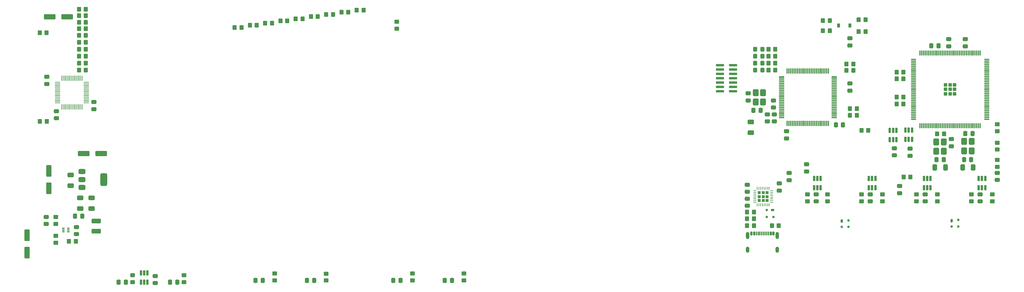
<source format=gtp>
G04 #@! TF.GenerationSoftware,KiCad,Pcbnew,9.0.5*
G04 #@! TF.CreationDate,2025-10-23T19:29:44+02:00*
G04 #@! TF.ProjectId,stencil,7374656e-6369-46c2-9e6b-696361645f70,rev?*
G04 #@! TF.SameCoordinates,Original*
G04 #@! TF.FileFunction,Paste,Top*
G04 #@! TF.FilePolarity,Positive*
%FSLAX46Y46*%
G04 Gerber Fmt 4.6, Leading zero omitted, Abs format (unit mm)*
G04 Created by KiCad (PCBNEW 9.0.5) date 2025-10-23 19:29:44*
%MOMM*%
%LPD*%
G01*
G04 APERTURE LIST*
G04 Aperture macros list*
%AMRoundRect*
0 Rectangle with rounded corners*
0 $1 Rounding radius*
0 $2 $3 $4 $5 $6 $7 $8 $9 X,Y pos of 4 corners*
0 Add a 4 corners polygon primitive as box body*
4,1,4,$2,$3,$4,$5,$6,$7,$8,$9,$2,$3,0*
0 Add four circle primitives for the rounded corners*
1,1,$1+$1,$2,$3*
1,1,$1+$1,$4,$5*
1,1,$1+$1,$6,$7*
1,1,$1+$1,$8,$9*
0 Add four rect primitives between the rounded corners*
20,1,$1+$1,$2,$3,$4,$5,0*
20,1,$1+$1,$4,$5,$6,$7,0*
20,1,$1+$1,$6,$7,$8,$9,0*
20,1,$1+$1,$8,$9,$2,$3,0*%
G04 Aperture macros list end*
%ADD10RoundRect,0.150000X-0.150000X-0.425000X0.150000X-0.425000X0.150000X0.425000X-0.150000X0.425000X0*%
%ADD11RoundRect,0.075000X-0.075000X-0.500000X0.075000X-0.500000X0.075000X0.500000X-0.075000X0.500000X0*%
%ADD12O,1.000000X2.100000*%
%ADD13O,1.000000X1.800000*%
%ADD14RoundRect,0.250000X0.575000X-0.725000X0.575000X0.725000X-0.575000X0.725000X-0.575000X-0.725000X0*%
%ADD15RoundRect,0.250000X-0.350000X-0.450000X0.350000X-0.450000X0.350000X0.450000X-0.350000X0.450000X0*%
%ADD16RoundRect,0.162500X-0.162500X0.617500X-0.162500X-0.617500X0.162500X-0.617500X0.162500X0.617500X0*%
%ADD17RoundRect,0.250000X-0.475000X0.337500X-0.475000X-0.337500X0.475000X-0.337500X0.475000X0.337500X0*%
%ADD18RoundRect,0.250000X0.350000X0.450000X-0.350000X0.450000X-0.350000X-0.450000X0.350000X-0.450000X0*%
%ADD19RoundRect,0.250000X0.475000X-0.337500X0.475000X0.337500X-0.475000X0.337500X-0.475000X-0.337500X0*%
%ADD20RoundRect,0.250000X-0.450000X0.350000X-0.450000X-0.350000X0.450000X-0.350000X0.450000X0.350000X0*%
%ADD21RoundRect,0.250000X0.337500X0.475000X-0.337500X0.475000X-0.337500X-0.475000X0.337500X-0.475000X0*%
%ADD22RoundRect,0.250000X-0.337500X-0.475000X0.337500X-0.475000X0.337500X0.475000X-0.337500X0.475000X0*%
%ADD23RoundRect,0.225000X0.225000X0.375000X-0.225000X0.375000X-0.225000X-0.375000X0.225000X-0.375000X0*%
%ADD24RoundRect,0.250000X-0.412500X-0.650000X0.412500X-0.650000X0.412500X0.650000X-0.412500X0.650000X0*%
%ADD25RoundRect,0.250000X-0.325000X-0.450000X0.325000X-0.450000X0.325000X0.450000X-0.325000X0.450000X0*%
%ADD26RoundRect,0.112500X1.037500X-0.262500X1.037500X0.262500X-1.037500X0.262500X-1.037500X-0.262500X0*%
%ADD27RoundRect,0.175000X-0.175000X-0.325000X0.175000X-0.325000X0.175000X0.325000X-0.175000X0.325000X0*%
%ADD28RoundRect,0.150000X-0.200000X-0.150000X0.200000X-0.150000X0.200000X0.150000X-0.200000X0.150000X0*%
%ADD29RoundRect,0.232500X0.232500X-0.232500X0.232500X0.232500X-0.232500X0.232500X-0.232500X-0.232500X0*%
%ADD30RoundRect,0.062500X0.062500X-0.375000X0.062500X0.375000X-0.062500X0.375000X-0.062500X-0.375000X0*%
%ADD31RoundRect,0.062500X0.375000X-0.062500X0.375000X0.062500X-0.375000X0.062500X-0.375000X-0.062500X0*%
%ADD32RoundRect,0.250000X0.450000X-0.350000X0.450000X0.350000X-0.450000X0.350000X-0.450000X-0.350000X0*%
%ADD33RoundRect,0.250000X0.650000X-0.412500X0.650000X0.412500X-0.650000X0.412500X-0.650000X-0.412500X0*%
%ADD34RoundRect,0.075000X-0.725000X-0.075000X0.725000X-0.075000X0.725000X0.075000X-0.725000X0.075000X0*%
%ADD35RoundRect,0.075000X-0.075000X-0.725000X0.075000X-0.725000X0.075000X0.725000X-0.075000X0.725000X0*%
%ADD36RoundRect,0.175000X-0.325000X0.175000X-0.325000X-0.175000X0.325000X-0.175000X0.325000X0.175000X0*%
%ADD37RoundRect,0.150000X-0.150000X0.200000X-0.150000X-0.200000X0.150000X-0.200000X0.150000X0.200000X0*%
%ADD38RoundRect,0.250000X0.285000X-0.285000X0.285000X0.285000X-0.285000X0.285000X-0.285000X-0.285000X0*%
%ADD39RoundRect,0.075000X0.075000X-0.662500X0.075000X0.662500X-0.075000X0.662500X-0.075000X-0.662500X0*%
%ADD40RoundRect,0.075000X0.662500X-0.075000X0.662500X0.075000X-0.662500X0.075000X-0.662500X-0.075000X0*%
%ADD41RoundRect,0.250000X1.412500X0.550000X-1.412500X0.550000X-1.412500X-0.550000X1.412500X-0.550000X0*%
%ADD42RoundRect,0.250000X-0.450000X0.325000X-0.450000X-0.325000X0.450000X-0.325000X0.450000X0.325000X0*%
%ADD43RoundRect,0.250000X0.550000X-1.412500X0.550000X1.412500X-0.550000X1.412500X-0.550000X-1.412500X0*%
%ADD44RoundRect,0.087500X0.250000X0.087500X-0.250000X0.087500X-0.250000X-0.087500X0.250000X-0.087500X0*%
%ADD45RoundRect,0.250001X1.074999X-0.462499X1.074999X0.462499X-1.074999X0.462499X-1.074999X-0.462499X0*%
%ADD46RoundRect,0.375000X-0.625000X-0.375000X0.625000X-0.375000X0.625000X0.375000X-0.625000X0.375000X0*%
%ADD47RoundRect,0.500000X-0.500000X-1.400000X0.500000X-1.400000X0.500000X1.400000X-0.500000X1.400000X0*%
%ADD48RoundRect,0.162500X0.162500X-0.617500X0.162500X0.617500X-0.162500X0.617500X-0.162500X-0.617500X0*%
%ADD49RoundRect,0.062500X-0.687500X-0.062500X0.687500X-0.062500X0.687500X0.062500X-0.687500X0.062500X0*%
%ADD50RoundRect,0.062500X-0.062500X-0.687500X0.062500X-0.687500X0.062500X0.687500X-0.062500X0.687500X0*%
G04 APERTURE END LIST*
D10*
X248898000Y-100086000D03*
X249698000Y-100086000D03*
D11*
X250848000Y-100086000D03*
X251848000Y-100086000D03*
X252348000Y-100086000D03*
X253348000Y-100086000D03*
D10*
X254498000Y-100086000D03*
X255298000Y-100086000D03*
X255298000Y-100086000D03*
X254498000Y-100086000D03*
D11*
X253848000Y-100086000D03*
X252848000Y-100086000D03*
X251348000Y-100086000D03*
X250348000Y-100086000D03*
D10*
X249698000Y-100086000D03*
X248898000Y-100086000D03*
D12*
X247778000Y-100661000D03*
D13*
X247778000Y-104841000D03*
D12*
X256418000Y-100661000D03*
D13*
X256418000Y-104841000D03*
D14*
X252284000Y-61686000D03*
X252284000Y-58936000D03*
X250084000Y-58936000D03*
X250084000Y-61686000D03*
D15*
X253824000Y-48268000D03*
X255824000Y-48268000D03*
D16*
X269048000Y-84002000D03*
X268098000Y-84002000D03*
X267148000Y-84002000D03*
X267148000Y-86702000D03*
X268098000Y-86702000D03*
X269048000Y-86702000D03*
D17*
X259904000Y-82409500D03*
X259904000Y-84484500D03*
X259142000Y-70217500D03*
X259142000Y-72292500D03*
X290485600Y-75170500D03*
X290485600Y-77245500D03*
D16*
X291095200Y-69952000D03*
X290145200Y-69952000D03*
X289195200Y-69952000D03*
X289195200Y-72652000D03*
X290145200Y-72652000D03*
X291095200Y-72652000D03*
D18*
X304973000Y-71001000D03*
X302973000Y-71001000D03*
D19*
X311212000Y-45368500D03*
X311212000Y-43293500D03*
D16*
X284984000Y-84002000D03*
X284034000Y-84002000D03*
X283084000Y-84002000D03*
X283084000Y-86702000D03*
X284034000Y-86702000D03*
X284984000Y-86702000D03*
D18*
X282113000Y-41060000D03*
X280113000Y-41060000D03*
D15*
X280908000Y-69985000D03*
X282908000Y-69985000D03*
D20*
X280986000Y-88670000D03*
X280986000Y-90670000D03*
D18*
X249601000Y-97798000D03*
X247601000Y-97798000D03*
D17*
X295083000Y-75319000D03*
X295083000Y-77394000D03*
D20*
X265238000Y-88670000D03*
X265238000Y-90670000D03*
D21*
X251543500Y-64143000D03*
X249468500Y-64143000D03*
D19*
X247712000Y-87935000D03*
X247712000Y-85860000D03*
D22*
X311190500Y-70874000D03*
X313265500Y-70874000D03*
D14*
X304946000Y-76059000D03*
X304946000Y-73309000D03*
X302746000Y-73309000D03*
X302746000Y-76059000D03*
D20*
X320483000Y-78637000D03*
X320483000Y-80637000D03*
D17*
X299528000Y-88632500D03*
X299528000Y-90707500D03*
X292035000Y-86219500D03*
X292035000Y-88294500D03*
D22*
X302808500Y-78494000D03*
X304883500Y-78494000D03*
D16*
X316988000Y-84002000D03*
X316038000Y-84002000D03*
X315088000Y-84002000D03*
X315088000Y-86702000D03*
X316038000Y-86702000D03*
X316988000Y-86702000D03*
D15*
X253824000Y-52332000D03*
X255824000Y-52332000D03*
X276557000Y-52459000D03*
X278557000Y-52459000D03*
D19*
X277557000Y-58344000D03*
X277557000Y-56269000D03*
D15*
X276541000Y-50554000D03*
X278541000Y-50554000D03*
D22*
X273471500Y-68334000D03*
X275546500Y-68334000D03*
D15*
X291162000Y-62238000D03*
X293162000Y-62238000D03*
X277573000Y-63635000D03*
X279573000Y-63635000D03*
D17*
X267778000Y-88632500D03*
X267778000Y-90707500D03*
D16*
X295652000Y-69905000D03*
X294702000Y-69905000D03*
X293752000Y-69905000D03*
X293752000Y-72605000D03*
X294702000Y-72605000D03*
X295652000Y-72605000D03*
D23*
X277555000Y-39282000D03*
X274255000Y-39282000D03*
D24*
X310373000Y-80780000D03*
X313498000Y-80780000D03*
D20*
X312990000Y-88670000D03*
X312990000Y-90670000D03*
D15*
X269715000Y-37856000D03*
X271715000Y-37856000D03*
X247617000Y-93861000D03*
X249617000Y-93861000D03*
D14*
X313074000Y-75932000D03*
X313074000Y-73182000D03*
X310874000Y-73182000D03*
X310874000Y-75932000D03*
D17*
X255332000Y-61200500D03*
X255332000Y-63275500D03*
D18*
X295210000Y-83574000D03*
X293210000Y-83574000D03*
D15*
X291178000Y-60206000D03*
X293178000Y-60206000D03*
D25*
X249989000Y-46236000D03*
X252039000Y-46236000D03*
D17*
X264984000Y-79869500D03*
X264984000Y-81944500D03*
D15*
X291178000Y-52967000D03*
X293178000Y-52967000D03*
D20*
X296988000Y-88670000D03*
X296988000Y-90670000D03*
D17*
X253554000Y-65264500D03*
X253554000Y-67339500D03*
D26*
X243521000Y-58555000D03*
X239711000Y-58555000D03*
X243521000Y-57285000D03*
X239711000Y-57285000D03*
X243521000Y-56015000D03*
X239711000Y-56015000D03*
X243521000Y-54745000D03*
X239711000Y-54745000D03*
X243521000Y-53475000D03*
X239711000Y-53475000D03*
X243521000Y-52205000D03*
X239711000Y-52205000D03*
X243521000Y-50935000D03*
X239711000Y-50935000D03*
D19*
X306386000Y-45368500D03*
X306386000Y-43293500D03*
D17*
X320483000Y-82388000D03*
X320483000Y-84463000D03*
X307148000Y-72503500D03*
X307148000Y-74578500D03*
D27*
X307180000Y-96352000D03*
D28*
X307180000Y-98052000D03*
X309180000Y-98052000D03*
X309180000Y-96152000D03*
D19*
X256983000Y-87554000D03*
X256983000Y-85479000D03*
D22*
X310831000Y-78494000D03*
X312906000Y-78494000D03*
D27*
X275176000Y-96474000D03*
D28*
X275176000Y-98174000D03*
X277176000Y-98174000D03*
X277176000Y-96274000D03*
D25*
X249989000Y-48268000D03*
X252039000Y-48268000D03*
D22*
X301284500Y-45220000D03*
X303359500Y-45220000D03*
D15*
X277573000Y-65540000D03*
X279573000Y-65540000D03*
D29*
X251162000Y-90463500D03*
X252312000Y-90463500D03*
X253462000Y-90463500D03*
X251162000Y-89313500D03*
X252312000Y-89313500D03*
X253462000Y-89313500D03*
X251162000Y-88163500D03*
X252312000Y-88163500D03*
X253462000Y-88163500D03*
D30*
X250562000Y-91751000D03*
X251062000Y-91751000D03*
X251562000Y-91751000D03*
X252062000Y-91751000D03*
X252562000Y-91751000D03*
X253062000Y-91751000D03*
X253562000Y-91751000D03*
X254062000Y-91751000D03*
D31*
X254749500Y-91063500D03*
X254749500Y-90563500D03*
X254749500Y-90063500D03*
X254749500Y-89563500D03*
X254749500Y-89063500D03*
X254749500Y-88563500D03*
X254749500Y-88063500D03*
X254749500Y-87563500D03*
D30*
X254062000Y-86876000D03*
X253562000Y-86876000D03*
X253062000Y-86876000D03*
X252562000Y-86876000D03*
X252062000Y-86876000D03*
X251562000Y-86876000D03*
X251062000Y-86876000D03*
X250562000Y-86876000D03*
D31*
X249874500Y-87563500D03*
X249874500Y-88063500D03*
X249874500Y-88563500D03*
X249874500Y-89063500D03*
X249874500Y-89563500D03*
X249874500Y-90063500D03*
X249874500Y-90563500D03*
X249874500Y-91063500D03*
D15*
X253840000Y-46236000D03*
X255840000Y-46236000D03*
D20*
X320483000Y-73573000D03*
X320483000Y-75573000D03*
D17*
X247966000Y-59147000D03*
X247966000Y-61222000D03*
D25*
X249989000Y-52332000D03*
X252039000Y-52332000D03*
D32*
X320483000Y-70207000D03*
X320483000Y-68207000D03*
D20*
X271080000Y-88670000D03*
X271080000Y-90670000D03*
D17*
X283526000Y-88632500D03*
X283526000Y-90707500D03*
D20*
X287082000Y-88670000D03*
X287082000Y-90670000D03*
D25*
X249989000Y-50300000D03*
X252039000Y-50300000D03*
D33*
X248728000Y-70658500D03*
X248728000Y-67533500D03*
D20*
X303084000Y-88670000D03*
X303084000Y-90670000D03*
D18*
X249585000Y-95766000D03*
X247585000Y-95766000D03*
D24*
X302283500Y-80780000D03*
X305408500Y-80780000D03*
D34*
X257627000Y-54261000D03*
X257627000Y-54761000D03*
X257627000Y-55261000D03*
X257627000Y-55761000D03*
X257627000Y-56261000D03*
X257627000Y-56761000D03*
X257627000Y-57261000D03*
X257627000Y-57761000D03*
X257627000Y-58261000D03*
X257627000Y-58761000D03*
X257627000Y-59261000D03*
X257627000Y-59761000D03*
X257627000Y-60261000D03*
X257627000Y-60761000D03*
X257627000Y-61261000D03*
X257627000Y-61761000D03*
X257627000Y-62261000D03*
X257627000Y-62761000D03*
X257627000Y-63261000D03*
X257627000Y-63761000D03*
X257627000Y-64261000D03*
X257627000Y-64761000D03*
X257627000Y-65261000D03*
X257627000Y-65761000D03*
X257627000Y-66261000D03*
D35*
X259302000Y-67936000D03*
X259802000Y-67936000D03*
X260302000Y-67936000D03*
X260802000Y-67936000D03*
X261302000Y-67936000D03*
X261802000Y-67936000D03*
X262302000Y-67936000D03*
X262802000Y-67936000D03*
X263302000Y-67936000D03*
X263802000Y-67936000D03*
X264302000Y-67936000D03*
X264802000Y-67936000D03*
X265302000Y-67936000D03*
X265802000Y-67936000D03*
X266302000Y-67936000D03*
X266802000Y-67936000D03*
X267302000Y-67936000D03*
X267802000Y-67936000D03*
X268302000Y-67936000D03*
X268802000Y-67936000D03*
X269302000Y-67936000D03*
X269802000Y-67936000D03*
X270302000Y-67936000D03*
X270802000Y-67936000D03*
X271302000Y-67936000D03*
D34*
X272977000Y-66261000D03*
X272977000Y-65761000D03*
X272977000Y-65261000D03*
X272977000Y-64761000D03*
X272977000Y-64261000D03*
X272977000Y-63761000D03*
X272977000Y-63261000D03*
X272977000Y-62761000D03*
X272977000Y-62261000D03*
X272977000Y-61761000D03*
X272977000Y-61261000D03*
X272977000Y-60761000D03*
X272977000Y-60261000D03*
X272977000Y-59761000D03*
X272977000Y-59261000D03*
X272977000Y-58761000D03*
X272977000Y-58261000D03*
X272977000Y-57761000D03*
X272977000Y-57261000D03*
X272977000Y-56761000D03*
X272977000Y-56261000D03*
X272977000Y-55761000D03*
X272977000Y-55261000D03*
X272977000Y-54761000D03*
X272977000Y-54261000D03*
D35*
X271302000Y-52586000D03*
X270802000Y-52586000D03*
X270302000Y-52586000D03*
X269802000Y-52586000D03*
X269302000Y-52586000D03*
X268802000Y-52586000D03*
X268302000Y-52586000D03*
X267802000Y-52586000D03*
X267302000Y-52586000D03*
X266802000Y-52586000D03*
X266302000Y-52586000D03*
X265802000Y-52586000D03*
X265302000Y-52586000D03*
X264802000Y-52586000D03*
X264302000Y-52586000D03*
X263802000Y-52586000D03*
X263302000Y-52586000D03*
X262802000Y-52586000D03*
X262302000Y-52586000D03*
X261802000Y-52586000D03*
X261302000Y-52586000D03*
X260802000Y-52586000D03*
X260302000Y-52586000D03*
X259802000Y-52586000D03*
X259302000Y-52586000D03*
D36*
X255066000Y-93242000D03*
D37*
X253366000Y-93242000D03*
X253366000Y-95242000D03*
X255266000Y-95242000D03*
D15*
X291178000Y-54872000D03*
X293178000Y-54872000D03*
D17*
X247712000Y-89902500D03*
X247712000Y-91977500D03*
D15*
X254840000Y-97798000D03*
X256840000Y-97798000D03*
D17*
X277557000Y-43061000D03*
X277557000Y-45136000D03*
D18*
X282113000Y-37631000D03*
X280113000Y-37631000D03*
D17*
X255586000Y-65264500D03*
X255586000Y-67339500D03*
D15*
X253840000Y-50300000D03*
X255840000Y-50300000D03*
X269715000Y-40806000D03*
X271715000Y-40806000D03*
D20*
X319086000Y-88670000D03*
X319086000Y-90670000D03*
D38*
X305413000Y-59310000D03*
X306743000Y-59310000D03*
X308073000Y-59310000D03*
X305413000Y-57980000D03*
X306743000Y-57980000D03*
X308073000Y-57980000D03*
X305413000Y-56650000D03*
X306743000Y-56650000D03*
X308073000Y-56650000D03*
D39*
X297993000Y-68642500D03*
X298493000Y-68642500D03*
X298993000Y-68642500D03*
X299493000Y-68642500D03*
X299993000Y-68642500D03*
X300493000Y-68642500D03*
X300993000Y-68642500D03*
X301493000Y-68642500D03*
X301993000Y-68642500D03*
X302493000Y-68642500D03*
X302993000Y-68642500D03*
X303493000Y-68642500D03*
X303993000Y-68642500D03*
X304493000Y-68642500D03*
X304993000Y-68642500D03*
X305493000Y-68642500D03*
X305993000Y-68642500D03*
X306493000Y-68642500D03*
X306993000Y-68642500D03*
X307493000Y-68642500D03*
X307993000Y-68642500D03*
X308493000Y-68642500D03*
X308993000Y-68642500D03*
X309493000Y-68642500D03*
X309993000Y-68642500D03*
X310493000Y-68642500D03*
X310993000Y-68642500D03*
X311493000Y-68642500D03*
X311993000Y-68642500D03*
X312493000Y-68642500D03*
X312993000Y-68642500D03*
X313493000Y-68642500D03*
X313993000Y-68642500D03*
X314493000Y-68642500D03*
X314993000Y-68642500D03*
X315493000Y-68642500D03*
D40*
X317405500Y-66730000D03*
X317405500Y-66230000D03*
X317405500Y-65730000D03*
X317405500Y-65230000D03*
X317405500Y-64730000D03*
X317405500Y-64230000D03*
X317405500Y-63730000D03*
X317405500Y-63230000D03*
X317405500Y-62730000D03*
X317405500Y-62230000D03*
X317405500Y-61730000D03*
X317405500Y-61230000D03*
X317405500Y-60730000D03*
X317405500Y-60230000D03*
X317405500Y-59730000D03*
X317405500Y-59230000D03*
X317405500Y-58730000D03*
X317405500Y-58230000D03*
X317405500Y-57730000D03*
X317405500Y-57230000D03*
X317405500Y-56730000D03*
X317405500Y-56230000D03*
X317405500Y-55730000D03*
X317405500Y-55230000D03*
X317405500Y-54730000D03*
X317405500Y-54230000D03*
X317405500Y-53730000D03*
X317405500Y-53230000D03*
X317405500Y-52730000D03*
X317405500Y-52230000D03*
X317405500Y-51730000D03*
X317405500Y-51230000D03*
X317405500Y-50730000D03*
X317405500Y-50230000D03*
X317405500Y-49730000D03*
X317405500Y-49230000D03*
D39*
X315493000Y-47317500D03*
X314993000Y-47317500D03*
X314493000Y-47317500D03*
X313993000Y-47317500D03*
X313493000Y-47317500D03*
X312993000Y-47317500D03*
X312493000Y-47317500D03*
X311993000Y-47317500D03*
X311493000Y-47317500D03*
X310993000Y-47317500D03*
X310493000Y-47317500D03*
X309993000Y-47317500D03*
X309493000Y-47317500D03*
X308993000Y-47317500D03*
X308493000Y-47317500D03*
X307993000Y-47317500D03*
X307493000Y-47317500D03*
X306993000Y-47317500D03*
X306493000Y-47317500D03*
X305993000Y-47317500D03*
X305493000Y-47317500D03*
X304993000Y-47317500D03*
X304493000Y-47317500D03*
X303993000Y-47317500D03*
X303493000Y-47317500D03*
X302993000Y-47317500D03*
X302493000Y-47317500D03*
X301993000Y-47317500D03*
X301493000Y-47317500D03*
X300993000Y-47317500D03*
X300493000Y-47317500D03*
X299993000Y-47317500D03*
X299493000Y-47317500D03*
X298993000Y-47317500D03*
X298493000Y-47317500D03*
X297993000Y-47317500D03*
D40*
X296080500Y-49230000D03*
X296080500Y-49730000D03*
X296080500Y-50230000D03*
X296080500Y-50730000D03*
X296080500Y-51230000D03*
X296080500Y-51730000D03*
X296080500Y-52230000D03*
X296080500Y-52730000D03*
X296080500Y-53230000D03*
X296080500Y-53730000D03*
X296080500Y-54230000D03*
X296080500Y-54730000D03*
X296080500Y-55230000D03*
X296080500Y-55730000D03*
X296080500Y-56230000D03*
X296080500Y-56730000D03*
X296080500Y-57230000D03*
X296080500Y-57730000D03*
X296080500Y-58230000D03*
X296080500Y-58730000D03*
X296080500Y-59230000D03*
X296080500Y-59730000D03*
X296080500Y-60230000D03*
X296080500Y-60730000D03*
X296080500Y-61230000D03*
X296080500Y-61730000D03*
X296080500Y-62230000D03*
X296080500Y-62730000D03*
X296080500Y-63230000D03*
X296080500Y-63730000D03*
X296080500Y-64230000D03*
X296080500Y-64730000D03*
X296080500Y-65230000D03*
X296080500Y-65730000D03*
X296080500Y-66230000D03*
X296080500Y-66730000D03*
D17*
X315530000Y-88654000D03*
X315530000Y-90729000D03*
D16*
X301052000Y-84002000D03*
X300102000Y-84002000D03*
X299152000Y-84002000D03*
X299152000Y-86702000D03*
X300102000Y-86702000D03*
X301052000Y-86702000D03*
D41*
X59481000Y-76752000D03*
X54406000Y-76752000D03*
D22*
X144554500Y-113836000D03*
X146629500Y-113836000D03*
D33*
X53334000Y-92800500D03*
X53334000Y-89675500D03*
D21*
X66619500Y-114344000D03*
X64544500Y-114344000D03*
D32*
X165150000Y-113820000D03*
X165150000Y-111820000D03*
X150164000Y-113820000D03*
X150164000Y-111820000D03*
D20*
X46270000Y-100779000D03*
X46270000Y-102779000D03*
D42*
X68630000Y-112312000D03*
X68630000Y-114362000D03*
D22*
X159562000Y-113836000D03*
X161637000Y-113836000D03*
X104444000Y-113836000D03*
X106519000Y-113836000D03*
D17*
X75229000Y-112508500D03*
X75229000Y-114583500D03*
D19*
X52239000Y-100276500D03*
X52239000Y-98201500D03*
D21*
X81605500Y-114344000D03*
X79530500Y-114344000D03*
D43*
X37896000Y-105705500D03*
X37896000Y-100630500D03*
D42*
X83616000Y-112312000D03*
X83616000Y-114362000D03*
D44*
X49854000Y-99604000D03*
X49854000Y-99104000D03*
X49854000Y-98604000D03*
X48429000Y-98604000D03*
X48429000Y-99104000D03*
X48429000Y-99604000D03*
D33*
X56684000Y-92800500D03*
X56684000Y-89675500D03*
D17*
X43476000Y-95259000D03*
X43476000Y-97334000D03*
D20*
X46270000Y-95318000D03*
X46270000Y-97318000D03*
D32*
X110032000Y-113820000D03*
X110032000Y-111820000D03*
D45*
X58000000Y-99456500D03*
X58000000Y-96481500D03*
D33*
X50596000Y-86150000D03*
X50596000Y-83025000D03*
D43*
X44246000Y-86871000D03*
X44246000Y-81796000D03*
D22*
X119408500Y-113836000D03*
X121483500Y-113836000D03*
D21*
X53911500Y-95000000D03*
X51836500Y-95000000D03*
D46*
X53898000Y-82019500D03*
X53898000Y-84319500D03*
D47*
X60198000Y-84319500D03*
D46*
X53898000Y-86619500D03*
D32*
X125018000Y-113836000D03*
X125018000Y-111836000D03*
D48*
X71043000Y-114308000D03*
X71993000Y-114308000D03*
X72943000Y-114308000D03*
X72943000Y-111608000D03*
X71993000Y-111608000D03*
X71043000Y-111608000D03*
D18*
X52096000Y-102414000D03*
X50096000Y-102414000D03*
D15*
X52980000Y-34536000D03*
X54980000Y-34536000D03*
X52980000Y-38346000D03*
X54980000Y-38346000D03*
X52996000Y-48252000D03*
X54996000Y-48252000D03*
X52996000Y-50284000D03*
X54996000Y-50284000D03*
D18*
X43582000Y-67302000D03*
X41582000Y-67302000D03*
D15*
X52980000Y-44188000D03*
X54980000Y-44188000D03*
X125005000Y-36060000D03*
X127005000Y-36060000D03*
D49*
X46773000Y-55920000D03*
X46773000Y-56320000D03*
X46773000Y-56720000D03*
X46773000Y-57120000D03*
X46773000Y-57520000D03*
X46773000Y-57920000D03*
X46773000Y-58320000D03*
X46773000Y-58720000D03*
X46773000Y-59120000D03*
X46773000Y-59520000D03*
X46773000Y-59920000D03*
X46773000Y-60320000D03*
X46773000Y-60720000D03*
X46773000Y-61120000D03*
X46773000Y-61520000D03*
X46773000Y-61920000D03*
D50*
X47948000Y-63095000D03*
X48348000Y-63095000D03*
X48748000Y-63095000D03*
X49148000Y-63095000D03*
X49548000Y-63095000D03*
X49948000Y-63095000D03*
X50348000Y-63095000D03*
X50748000Y-63095000D03*
X51148000Y-63095000D03*
X51548000Y-63095000D03*
X51948000Y-63095000D03*
X52348000Y-63095000D03*
X52748000Y-63095000D03*
X53148000Y-63095000D03*
X53548000Y-63095000D03*
X53948000Y-63095000D03*
D49*
X55123000Y-61920000D03*
X55123000Y-61520000D03*
X55123000Y-61120000D03*
X55123000Y-60720000D03*
X55123000Y-60320000D03*
X55123000Y-59920000D03*
X55123000Y-59520000D03*
X55123000Y-59120000D03*
X55123000Y-58720000D03*
X55123000Y-58320000D03*
X55123000Y-57920000D03*
X55123000Y-57520000D03*
X55123000Y-57120000D03*
X55123000Y-56720000D03*
X55123000Y-56320000D03*
X55123000Y-55920000D03*
D50*
X53948000Y-54745000D03*
X53548000Y-54745000D03*
X53148000Y-54745000D03*
X52748000Y-54745000D03*
X52348000Y-54745000D03*
X51948000Y-54745000D03*
X51548000Y-54745000D03*
X51148000Y-54745000D03*
X50748000Y-54745000D03*
X50348000Y-54745000D03*
X49948000Y-54745000D03*
X49548000Y-54745000D03*
X49148000Y-54745000D03*
X48748000Y-54745000D03*
X48348000Y-54745000D03*
X47948000Y-54745000D03*
D15*
X52996000Y-42156000D03*
X54996000Y-42156000D03*
D41*
X49537500Y-36770000D03*
X44462500Y-36770000D03*
D17*
X46376000Y-64359500D03*
X46376000Y-66434500D03*
D15*
X52980000Y-36441000D03*
X54980000Y-36441000D03*
X52980000Y-46220000D03*
X54980000Y-46220000D03*
X116115000Y-37330000D03*
X118115000Y-37330000D03*
D18*
X43550000Y-41394000D03*
X41550000Y-41394000D03*
D17*
X57298000Y-61692500D03*
X57298000Y-63767500D03*
D20*
X145563000Y-38235000D03*
X145563000Y-40235000D03*
D15*
X102780000Y-39235000D03*
X104780000Y-39235000D03*
X120560000Y-36695000D03*
X122560000Y-36695000D03*
X98335000Y-39870000D03*
X100335000Y-39870000D03*
D19*
X43582000Y-56401500D03*
X43582000Y-54326500D03*
D15*
X133895000Y-34790000D03*
X135895000Y-34790000D03*
X52980000Y-40251000D03*
X54980000Y-40251000D03*
X111670000Y-37965000D03*
X113670000Y-37965000D03*
X52996000Y-52316000D03*
X54996000Y-52316000D03*
X107225000Y-38600000D03*
X109225000Y-38600000D03*
X129450000Y-35425000D03*
X131450000Y-35425000D03*
M02*

</source>
